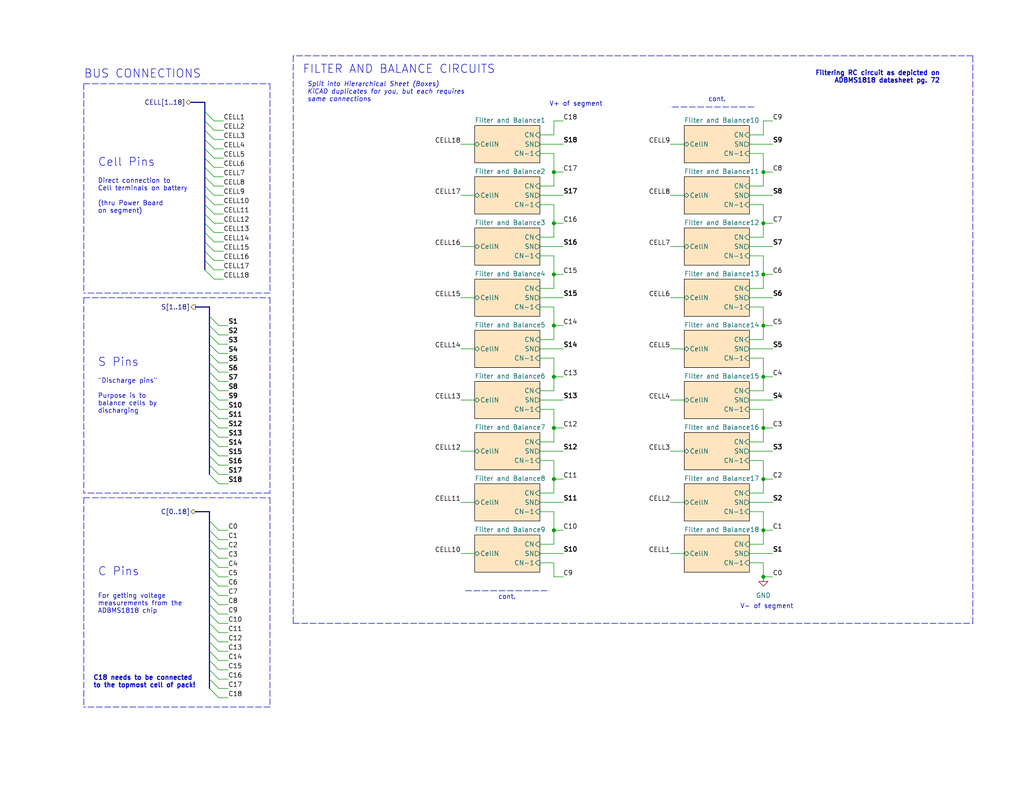
<source format=kicad_sch>
(kicad_sch (version 20211123) (generator eeschema)
  (paper "A")
  (title_block (title "MkVI BMS Cell Supervisory Circuit") (date "2022-12-04") (rev "0") (company "Olin Electric Motorsports"))
  (lib_symbols
    (symbol "power:GND" (power) (pin_names (offset 0))
      (property "Value" "GND" (at 0 -3.81 0))
      (symbol "GND_0_1"
        (polyline (pts (xy 0 0) (xy 0 -1.27) (xy 1.27 -1.27) (xy 0 -2.54) (xy -1.27 -1.27) (xy 0 -1.27)))
      )
      (symbol "GND_1_1"
        (pin power_in line (at 0 0 270) (length 0) hide (name "GND") (number "1"))
      )
    )
  )
  (junction (at 208.28 157.48))
  (junction (at 151.13 116.84))
  (junction (at 208.28 88.9))
  (junction (at 208.28 74.93))
  (junction (at 208.28 46.99))
  (junction (at 151.13 88.9))
  (junction (at 151.13 102.87))
  (junction (at 208.28 116.84))
  (junction (at 151.13 130.81))
  (junction (at 151.13 46.99))
  (junction (at 208.28 102.87))
  (junction (at 151.13 144.78))
  (junction (at 208.28 60.96))
  (junction (at 151.13 74.93))
  (junction (at 151.13 60.96))
  (junction (at 208.28 130.81))
  (junction (at 208.28 144.78))
  (bus_entry (at 55.88 50.8) (size 2.54 2.54))
  (bus_entry (at 57.15 185.42) (size 2.54 2.54))
  (bus_entry (at 57.15 172.72) (size 2.54 2.54))
  (bus_entry (at 57.15 147.32) (size 2.54 2.54))
  (bus_entry (at 57.15 96.52) (size 2.54 2.54))
  (bus_entry (at 57.15 170.18) (size 2.54 2.54))
  (bus_entry (at 55.88 68.58) (size 2.54 2.54))
  (bus_entry (at 57.15 149.86) (size 2.54 2.54))
  (bus_entry (at 57.15 93.98) (size 2.54 2.54))
  (bus_entry (at 55.88 55.88) (size 2.54 2.54))
  (bus_entry (at 57.15 182.88) (size 2.54 2.54))
  (bus_entry (at 55.88 58.42) (size 2.54 2.54))
  (bus_entry (at 57.15 144.78) (size 2.54 2.54))
  (bus_entry (at 57.15 124.46) (size 2.54 2.54))
  (bus_entry (at 57.15 116.84) (size 2.54 2.54))
  (bus_entry (at 55.88 40.64) (size 2.54 2.54))
  (bus_entry (at 57.15 154.94) (size 2.54 2.54))
  (bus_entry (at 55.88 45.72) (size 2.54 2.54))
  (bus_entry (at 57.15 106.68) (size 2.54 2.54))
  (bus_entry (at 55.88 73.66) (size 2.54 2.54))
  (bus_entry (at 57.15 180.34) (size 2.54 2.54))
  (bus_entry (at 57.15 99.06) (size 2.54 2.54))
  (bus_entry (at 55.88 35.56) (size 2.54 2.54))
  (bus_entry (at 57.15 187.96) (size 2.54 2.54))
  (bus_entry (at 57.15 88.9) (size 2.54 2.54))
  (bus_entry (at 57.15 121.92) (size 2.54 2.54))
  (bus_entry (at 55.88 48.26) (size 2.54 2.54))
  (bus_entry (at 55.88 43.18) (size 2.54 2.54))
  (bus_entry (at 57.15 152.4) (size 2.54 2.54))
  (bus_entry (at 57.15 109.22) (size 2.54 2.54))
  (bus_entry (at 57.15 175.26) (size 2.54 2.54))
  (bus_entry (at 55.88 33.02) (size 2.54 2.54))
  (bus_entry (at 57.15 167.64) (size 2.54 2.54))
  (bus_entry (at 55.88 30.48) (size 2.54 2.54))
  (bus_entry (at 57.15 162.56) (size 2.54 2.54))
  (bus_entry (at 57.15 86.36) (size 2.54 2.54))
  (bus_entry (at 57.15 165.1) (size 2.54 2.54))
  (bus_entry (at 57.15 119.38) (size 2.54 2.54))
  (bus_entry (at 57.15 129.54) (size 2.54 2.54))
  (bus_entry (at 57.15 111.76) (size 2.54 2.54))
  (bus_entry (at 57.15 127) (size 2.54 2.54))
  (bus_entry (at 57.15 101.6) (size 2.54 2.54))
  (bus_entry (at 57.15 177.8) (size 2.54 2.54))
  (bus_entry (at 55.88 38.1) (size 2.54 2.54))
  (bus_entry (at 57.15 157.48) (size 2.54 2.54))
  (bus_entry (at 57.15 114.3) (size 2.54 2.54))
  (bus_entry (at 55.88 60.96) (size 2.54 2.54))
  (bus_entry (at 55.88 53.34) (size 2.54 2.54))
  (bus_entry (at 55.88 71.12) (size 2.54 2.54))
  (bus_entry (at 57.15 104.14) (size 2.54 2.54))
  (bus_entry (at 57.15 160.02) (size 2.54 2.54))
  (bus_entry (at 55.88 66.04) (size 2.54 2.54))
  (bus_entry (at 55.88 63.5) (size 2.54 2.54))
  (bus_entry (at 57.15 91.44) (size 2.54 2.54))
  (bus_entry (at 57.15 142.24) (size 2.54 2.54))
  (wire (pts (xy 186.69 137.16) (xy 182.88 137.16)))
  (bus (pts (xy 57.15 109.22) (xy 57.15 111.76)))
  (bus (pts (xy 57.15 104.14) (xy 57.15 106.68)))
  (wire (pts (xy 147.32 69.85) (xy 151.13 69.85)))
  (wire (pts (xy 59.69 116.84) (xy 62.23 116.84)))
  (wire (pts (xy 58.42 45.72) (xy 60.96 45.72)))
  (bus (pts (xy 57.15 99.06) (xy 57.15 101.6)))
  (wire (pts (xy 59.69 182.88) (xy 62.23 182.88)))
  (wire (pts (xy 204.47 151.13) (xy 210.82 151.13)))
  (bus (pts (xy 55.88 50.8) (xy 55.88 53.34)))
  (bus (pts (xy 57.15 175.26) (xy 57.15 177.8)))
  (wire (pts (xy 59.69 132.08) (xy 62.23 132.08)))
  (bus (pts (xy 57.15 149.86) (xy 57.15 152.4)))
  (wire (pts (xy 151.13 41.91) (xy 147.32 41.91)))
  (wire (pts (xy 59.69 104.14) (xy 62.23 104.14)))
  (bus (pts (xy 57.15 96.52) (xy 57.15 99.06)))
  (polyline (pts (xy 22.86 135.89) (xy 73.66 135.89)))
  (wire (pts (xy 151.13 106.68) (xy 147.32 106.68)))
  (wire (pts (xy 186.69 39.37) (xy 182.88 39.37)))
  (wire (pts (xy 151.13 111.76) (xy 151.13 116.84)))
  (wire (pts (xy 151.13 130.81) (xy 153.67 130.81)))
  (wire (pts (xy 204.47 53.34) (xy 210.82 53.34)))
  (bus (pts (xy 57.15 154.94) (xy 57.15 157.48)))
  (polyline (pts (xy 127 161.29) (xy 149.86 161.29)))
  (wire (pts (xy 129.54 109.22) (xy 125.73 109.22)))
  (wire (pts (xy 208.28 55.88) (xy 208.28 60.96)))
  (wire (pts (xy 129.54 39.37) (xy 125.73 39.37)))
  (wire (pts (xy 208.28 116.84) (xy 210.82 116.84)))
  (wire (pts (xy 151.13 60.96) (xy 151.13 55.88)))
  (bus (pts (xy 57.15 91.44) (xy 57.15 93.98)))
  (bus (pts (xy 55.88 40.64) (xy 55.88 43.18)))
  (wire (pts (xy 151.13 125.73) (xy 151.13 130.81)))
  (bus (pts (xy 55.88 35.56) (xy 55.88 38.1)))
  (bus (pts (xy 55.88 68.58) (xy 55.88 71.12)))
  (wire (pts (xy 58.42 33.02) (xy 60.96 33.02)))
  (bus (pts (xy 57.15 160.02) (xy 57.15 162.56)))
  (bus (pts (xy 57.15 119.38) (xy 57.15 121.92)))
  (bus (pts (xy 53.34 83.82) (xy 57.15 83.82)))
  (wire (pts (xy 208.28 102.87) (xy 208.28 106.68)))
  (wire (pts (xy 186.69 53.34) (xy 182.88 53.34)))
  (wire (pts (xy 204.47 69.85) (xy 208.28 69.85)))
  (bus (pts (xy 57.15 88.9) (xy 57.15 91.44)))
  (bus (pts (xy 57.15 144.78) (xy 57.15 147.32)))
  (polyline (pts (xy 80.01 170.18) (xy 265.43 170.18)))
  (wire (pts (xy 151.13 148.59) (xy 147.32 148.59)))
  (wire (pts (xy 58.42 60.96) (xy 60.96 60.96)))
  (wire (pts (xy 59.69 99.06) (xy 62.23 99.06)))
  (wire (pts (xy 204.47 81.28) (xy 210.82 81.28)))
  (wire (pts (xy 147.32 81.28) (xy 153.67 81.28)))
  (wire (pts (xy 151.13 120.65) (xy 147.32 120.65)))
  (wire (pts (xy 208.28 139.7) (xy 208.28 144.78)))
  (bus (pts (xy 57.15 139.7) (xy 57.15 142.24)))
  (wire (pts (xy 147.32 111.76) (xy 151.13 111.76)))
  (wire (pts (xy 208.28 69.85) (xy 208.28 74.93)))
  (wire (pts (xy 151.13 92.71) (xy 151.13 88.9)))
  (wire (pts (xy 204.47 83.82) (xy 208.28 83.82)))
  (bus (pts (xy 55.88 63.5) (xy 55.88 66.04)))
  (wire (pts (xy 147.32 64.77) (xy 151.13 64.77)))
  (bus (pts (xy 55.88 71.12) (xy 55.88 73.66)))
  (wire (pts (xy 186.69 109.22) (xy 182.88 109.22)))
  (wire (pts (xy 151.13 74.93) (xy 151.13 78.74)))
  (wire (pts (xy 151.13 46.99) (xy 151.13 50.8)))
  (polyline (pts (xy 22.86 81.28) (xy 73.66 81.28)))
  (bus (pts (xy 57.15 162.56) (xy 57.15 165.1)))
  (wire (pts (xy 59.69 175.26) (xy 62.23 175.26)))
  (wire (pts (xy 208.28 92.71) (xy 204.47 92.71)))
  (wire (pts (xy 59.69 96.52) (xy 62.23 96.52)))
  (bus (pts (xy 57.15 86.36) (xy 57.15 88.9)))
  (wire (pts (xy 59.69 154.94) (xy 62.23 154.94)))
  (bus (pts (xy 55.88 45.72) (xy 55.88 48.26)))
  (wire (pts (xy 204.47 120.65) (xy 208.28 120.65)))
  (wire (pts (xy 59.69 160.02) (xy 62.23 160.02)))
  (polyline (pts (xy 22.86 22.86) (xy 73.66 22.86)))
  (bus (pts (xy 57.15 93.98) (xy 57.15 96.52)))
  (wire (pts (xy 147.32 137.16) (xy 153.67 137.16)))
  (wire (pts (xy 58.42 35.56) (xy 60.96 35.56)))
  (wire (pts (xy 208.28 33.02) (xy 210.82 33.02)))
  (wire (pts (xy 204.47 67.31) (xy 210.82 67.31)))
  (wire (pts (xy 151.13 46.99) (xy 153.67 46.99)))
  (bus (pts (xy 57.15 152.4) (xy 57.15 154.94)))
  (wire (pts (xy 59.69 177.8) (xy 62.23 177.8)))
  (wire (pts (xy 58.42 50.8) (xy 60.96 50.8)))
  (wire (pts (xy 59.69 109.22) (xy 62.23 109.22)))
  (bus (pts (xy 55.88 27.94) (xy 55.88 30.48)))
  (wire (pts (xy 208.28 78.74) (xy 204.47 78.74)))
  (wire (pts (xy 129.54 81.28) (xy 125.73 81.28)))
  (wire (pts (xy 204.47 123.19) (xy 210.82 123.19)))
  (polyline (pts (xy 22.86 81.28) (xy 22.86 134.62)))
  (wire (pts (xy 204.47 125.73) (xy 208.28 125.73)))
  (wire (pts (xy 59.69 165.1) (xy 62.23 165.1)))
  (wire (pts (xy 208.28 144.78) (xy 210.82 144.78)))
  (wire (pts (xy 59.69 162.56) (xy 62.23 162.56)))
  (wire (pts (xy 59.69 106.68) (xy 62.23 106.68)))
  (wire (pts (xy 186.69 123.19) (xy 182.88 123.19)))
  (wire (pts (xy 59.69 147.32) (xy 62.23 147.32)))
  (wire (pts (xy 58.42 48.26) (xy 60.96 48.26)))
  (wire (pts (xy 147.32 39.37) (xy 153.67 39.37)))
  (wire (pts (xy 151.13 69.85) (xy 151.13 74.93)))
  (wire (pts (xy 208.28 64.77) (xy 204.47 64.77)))
  (wire (pts (xy 59.69 152.4) (xy 62.23 152.4)))
  (wire (pts (xy 59.69 167.64) (xy 62.23 167.64)))
  (wire (pts (xy 147.32 67.31) (xy 153.67 67.31)))
  (polyline (pts (xy 22.86 22.86) (xy 22.86 80.01)))
  (wire (pts (xy 208.28 111.76) (xy 204.47 111.76)))
  (wire (pts (xy 186.69 67.31) (xy 182.88 67.31)))
  (wire (pts (xy 208.28 125.73) (xy 208.28 130.81)))
  (wire (pts (xy 147.32 50.8) (xy 151.13 50.8)))
  (wire (pts (xy 208.28 153.67) (xy 208.28 157.48)))
  (wire (pts (xy 204.47 55.88) (xy 208.28 55.88)))
  (bus (pts (xy 57.15 101.6) (xy 57.15 104.14)))
  (bus (pts (xy 57.15 116.84) (xy 57.15 119.38)))
  (wire (pts (xy 147.32 109.22) (xy 153.67 109.22)))
  (wire (pts (xy 58.42 73.66) (xy 60.96 73.66)))
  (bus (pts (xy 55.88 66.04) (xy 55.88 68.58)))
  (wire (pts (xy 129.54 137.16) (xy 125.73 137.16)))
  (wire (pts (xy 153.67 33.02) (xy 151.13 33.02)))
  (wire (pts (xy 208.28 97.79) (xy 208.28 102.87)))
  (bus (pts (xy 57.15 121.92) (xy 57.15 124.46)))
  (wire (pts (xy 58.42 63.5) (xy 60.96 63.5)))
  (bus (pts (xy 57.15 172.72) (xy 57.15 175.26)))
  (wire (pts (xy 208.28 144.78) (xy 208.28 148.59)))
  (wire (pts (xy 208.28 74.93) (xy 210.82 74.93)))
  (wire (pts (xy 59.69 170.18) (xy 62.23 170.18)))
  (bus (pts (xy 57.15 127) (xy 57.15 129.54)))
  (bus (pts (xy 57.15 165.1) (xy 57.15 167.64)))
  (wire (pts (xy 58.42 71.12) (xy 60.96 71.12)))
  (wire (pts (xy 151.13 83.82) (xy 147.32 83.82)))
  (wire (pts (xy 208.28 120.65) (xy 208.28 116.84)))
  (wire (pts (xy 59.69 190.5) (xy 62.23 190.5)))
  (polyline (pts (xy 73.66 193.04) (xy 22.86 193.04)))
  (bus (pts (xy 57.15 170.18) (xy 57.15 172.72)))
  (bus (pts (xy 57.15 180.34) (xy 57.15 182.88)))
  (wire (pts (xy 151.13 64.77) (xy 151.13 60.96)))
  (polyline (pts (xy 73.66 80.01) (xy 22.86 80.01)))
  (wire (pts (xy 208.28 33.02) (xy 208.28 36.83)))
  (wire (pts (xy 204.47 139.7) (xy 208.28 139.7)))
  (wire (pts (xy 147.32 95.25) (xy 153.67 95.25)))
  (wire (pts (xy 129.54 123.19) (xy 125.73 123.19)))
  (wire (pts (xy 58.42 68.58) (xy 60.96 68.58)))
  (wire (pts (xy 208.28 130.81) (xy 208.28 134.62)))
  (wire (pts (xy 204.47 97.79) (xy 208.28 97.79)))
  (bus (pts (xy 55.88 38.1) (xy 55.88 40.64)))
  (wire (pts (xy 59.69 121.92) (xy 62.23 121.92)))
  (wire (pts (xy 151.13 46.99) (xy 151.13 41.91)))
  (bus (pts (xy 52.07 27.94) (xy 55.88 27.94)))
  (wire (pts (xy 147.32 92.71) (xy 151.13 92.71)))
  (wire (pts (xy 59.69 149.86) (xy 62.23 149.86)))
  (wire (pts (xy 151.13 116.84) (xy 153.67 116.84)))
  (bus (pts (xy 55.88 60.96) (xy 55.88 63.5)))
  (wire (pts (xy 58.42 38.1) (xy 60.96 38.1)))
  (wire (pts (xy 208.28 60.96) (xy 208.28 64.77)))
  (wire (pts (xy 59.69 127) (xy 62.23 127)))
  (wire (pts (xy 58.42 76.2) (xy 60.96 76.2)))
  (wire (pts (xy 204.47 41.91) (xy 208.28 41.91)))
  (bus (pts (xy 55.88 43.18) (xy 55.88 45.72)))
  (wire (pts (xy 208.28 60.96) (xy 210.82 60.96)))
  (wire (pts (xy 58.42 53.34) (xy 60.96 53.34)))
  (wire (pts (xy 151.13 78.74) (xy 147.32 78.74)))
  (bus (pts (xy 55.88 55.88) (xy 55.88 58.42)))
  (bus (pts (xy 53.34 139.7) (xy 57.15 139.7)))
  (wire (pts (xy 208.28 50.8) (xy 204.47 50.8)))
  (wire (pts (xy 204.47 153.67) (xy 208.28 153.67)))
  (wire (pts (xy 58.42 58.42) (xy 60.96 58.42)))
  (wire (pts (xy 208.28 134.62) (xy 204.47 134.62)))
  (wire (pts (xy 208.28 83.82) (xy 208.28 88.9)))
  (wire (pts (xy 58.42 66.04) (xy 60.96 66.04)))
  (bus (pts (xy 55.88 48.26) (xy 55.88 50.8)))
  (wire (pts (xy 151.13 74.93) (xy 153.67 74.93)))
  (wire (pts (xy 129.54 151.13) (xy 125.73 151.13)))
  (wire (pts (xy 59.69 187.96) (xy 62.23 187.96)))
  (polyline (pts (xy 73.66 22.86) (xy 73.66 80.01)))
  (wire (pts (xy 186.69 151.13) (xy 182.88 151.13)))
  (wire (pts (xy 208.28 41.91) (xy 208.28 46.99)))
  (wire (pts (xy 59.69 88.9) (xy 62.23 88.9)))
  (wire (pts (xy 147.32 139.7) (xy 151.13 139.7)))
  (wire (pts (xy 151.13 36.83) (xy 147.32 36.83)))
  (wire (pts (xy 208.28 74.93) (xy 208.28 78.74)))
  (bus (pts (xy 55.88 30.48) (xy 55.88 33.02)))
  (wire (pts (xy 147.32 53.34) (xy 153.67 53.34)))
  (bus (pts (xy 55.88 53.34) (xy 55.88 55.88)))
  (wire (pts (xy 59.69 157.48) (xy 62.23 157.48)))
  (wire (pts (xy 208.28 46.99) (xy 210.82 46.99)))
  (polyline (pts (xy 265.43 170.18) (xy 265.43 15.24)))
  (wire (pts (xy 204.47 95.25) (xy 210.82 95.25)))
  (polyline (pts (xy 73.66 81.28) (xy 73.66 134.62)))
  (wire (pts (xy 59.69 119.38) (xy 62.23 119.38)))
  (wire (pts (xy 129.54 95.25) (xy 125.73 95.25)))
  (polyline (pts (xy 80.01 15.24) (xy 80.01 170.18)))
  (wire (pts (xy 58.42 43.18) (xy 60.96 43.18)))
  (wire (pts (xy 151.13 55.88) (xy 147.32 55.88)))
  (wire (pts (xy 59.69 93.98) (xy 62.23 93.98)))
  (wire (pts (xy 59.69 185.42) (xy 62.23 185.42)))
  (bus (pts (xy 55.88 58.42) (xy 55.88 60.96)))
  (bus (pts (xy 57.15 114.3) (xy 57.15 116.84)))
  (wire (pts (xy 58.42 40.64) (xy 60.96 40.64)))
  (wire (pts (xy 151.13 97.79) (xy 151.13 102.87)))
  (wire (pts (xy 147.32 151.13) (xy 153.67 151.13)))
  (bus (pts (xy 57.15 167.64) (xy 57.15 170.18)))
  (bus (pts (xy 57.15 106.68) (xy 57.15 109.22)))
  (wire (pts (xy 151.13 139.7) (xy 151.13 144.78)))
  (bus (pts (xy 57.15 124.46) (xy 57.15 127)))
  (wire (pts (xy 59.69 124.46) (xy 62.23 124.46)))
  (wire (pts (xy 208.28 116.84) (xy 208.28 111.76)))
  (wire (pts (xy 147.32 153.67) (xy 151.13 153.67)))
  (bus (pts (xy 55.88 33.02) (xy 55.88 35.56)))
  (wire (pts (xy 151.13 116.84) (xy 151.13 120.65)))
  (polyline (pts (xy 205.74 29.21) (xy 182.88 29.21)))
  (polyline (pts (xy 73.66 134.62) (xy 22.86 134.62)))
  (bus (pts (xy 57.15 177.8) (xy 57.15 180.34)))
  (wire (pts (xy 59.69 172.72) (xy 62.23 172.72)))
  (bus (pts (xy 57.15 157.48) (xy 57.15 160.02)))
  (wire (pts (xy 59.69 144.78) (xy 62.23 144.78)))
  (wire (pts (xy 59.69 111.76) (xy 62.23 111.76)))
  (wire (pts (xy 208.28 130.81) (xy 210.82 130.81)))
  (bus (pts (xy 57.15 185.42) (xy 57.15 187.96)))
  (wire (pts (xy 204.47 36.83) (xy 208.28 36.83)))
  (wire (pts (xy 147.32 125.73) (xy 151.13 125.73)))
  (wire (pts (xy 59.69 101.6) (xy 62.23 101.6)))
  (wire (pts (xy 59.69 114.3) (xy 62.23 114.3)))
  (bus (pts (xy 57.15 83.82) (xy 57.15 86.36)))
  (wire (pts (xy 59.69 91.44) (xy 62.23 91.44)))
  (wire (pts (xy 208.28 157.48) (xy 210.82 157.48)))
  (wire (pts (xy 147.32 97.79) (xy 151.13 97.79)))
  (wire (pts (xy 208.28 148.59) (xy 204.47 148.59)))
  (wire (pts (xy 208.28 106.68) (xy 204.47 106.68)))
  (wire (pts (xy 129.54 67.31) (xy 125.73 67.31)))
  (wire (pts (xy 151.13 130.81) (xy 151.13 134.62)))
  (wire (pts (xy 186.69 95.25) (xy 182.88 95.25)))
  (wire (pts (xy 208.28 88.9) (xy 210.82 88.9)))
  (wire (pts (xy 59.69 129.54) (xy 62.23 129.54)))
  (wire (pts (xy 151.13 102.87) (xy 153.67 102.87)))
  (wire (pts (xy 151.13 88.9) (xy 153.67 88.9)))
  (bus (pts (xy 57.15 147.32) (xy 57.15 149.86)))
  (wire (pts (xy 59.69 180.34) (xy 62.23 180.34)))
  (wire (pts (xy 204.47 109.22) (xy 210.82 109.22)))
  (wire (pts (xy 208.28 46.99) (xy 208.28 50.8)))
  (wire (pts (xy 151.13 33.02) (xy 151.13 36.83)))
  (wire (pts (xy 151.13 102.87) (xy 151.13 106.68)))
  (wire (pts (xy 151.13 60.96) (xy 153.67 60.96)))
  (wire (pts (xy 151.13 144.78) (xy 151.13 148.59)))
  (wire (pts (xy 204.47 137.16) (xy 210.82 137.16)))
  (bus (pts (xy 57.15 182.88) (xy 57.15 185.42)))
  (wire (pts (xy 208.28 88.9) (xy 208.28 92.71)))
  (wire (pts (xy 129.54 53.34) (xy 125.73 53.34)))
  (polyline (pts (xy 22.86 135.89) (xy 22.86 193.04)))
  (wire (pts (xy 147.32 123.19) (xy 153.67 123.19)))
  (bus (pts (xy 57.15 111.76) (xy 57.15 114.3)))
  (polyline (pts (xy 265.43 15.24) (xy 80.01 15.24)))
  (bus (pts (xy 57.15 142.24) (xy 57.15 144.78)))
  (wire (pts (xy 151.13 153.67) (xy 151.13 157.48)))
  (wire (pts (xy 208.28 102.87) (xy 210.82 102.87)))
  (wire (pts (xy 151.13 144.78) (xy 153.67 144.78)))
  (wire (pts (xy 151.13 134.62) (xy 147.32 134.62)))
  (wire (pts (xy 151.13 88.9) (xy 151.13 83.82)))
  (wire (pts (xy 58.42 55.88) (xy 60.96 55.88)))
  (wire (pts (xy 151.13 157.48) (xy 153.67 157.48)))
  (wire (pts (xy 186.69 81.28) (xy 182.88 81.28)))
  (polyline (pts (xy 73.66 135.89) (xy 73.66 193.04)))
  (wire (pts (xy 204.47 39.37) (xy 210.82 39.37)))
  (text "BUS CONNECTIONS" (at 22.86 21.59 0) (effects (font (size 2.2606 2.2606)) (justify left bottom)))
  (text "C18 needs to be connected\nto the topmost cell of pack!" (at 25.4 187.96 0) (effects (font (size 1.27 1.27) (thickness 0.254) bold) (justify left bottom)))
  (text "For getting voltage\nmeasurements from the\nADBMS1818 chip" (at 26.67 167.64 0) (effects (font (size 1.27 1.27)) (justify left bottom)))
  (text "cont." (at 135.89 163.83 0) (effects (font (size 1.27 1.27)) (justify left bottom)))
  (text "Cell Pins" (at 26.67 45.72 0) (effects (font (size 2.2606 2.2606)) (justify left bottom)))
  (text "Direct connection to\nCell terminals on battery\n\n(thru Power Board\non segment)" (at 26.67 58.42 0) (effects (font (size 1.27 1.27)) (justify left bottom)))
  (text "cont." (at 198.12 27.94 180) (effects (font (size 1.27 1.27)) (justify right bottom)))
  (text "C Pins" (at 26.67 157.48 0) (effects (font (size 2.2606 2.2606)) (justify left bottom)))
  (text "V+ of segment" (at 149.86 29.21 0) (effects (font (size 1.27 1.27)) (justify left bottom)))
  (text "Filtering RC circuit as depicted on\nADBMS1818 datasheet pg. 72" (at 256.54 22.86 0) (effects (font (size 1.27 1.27) (thickness 0.254) bold) (justify right bottom)))
  (text "V- of segment" (at 201.93 166.37 0) (effects (font (size 1.27 1.27)) (justify left bottom)))
  (text "FILTER AND BALANCE CIRCUITS" (at 82.55 20.32 0) (effects (font (size 2.2606 2.2606)) (justify left bottom)))
  (text "S Pins" (at 26.67 100.33 0) (effects (font (size 2.2606 2.2606)) (justify left bottom)))
  (text "\"Discharge pins\"\n\nPurpose is to\nbalance cells by\ndischarging" (at 26.67 113.03 0) (effects (font (size 1.27 1.27)) (justify left bottom)))
  (text "Split into Hierarchical Sheet (Boxes)\nKiCAD duplicates for you, but each requires\nsame connections" (at 83.82 27.94 0) (effects (font (size 1.27 1.27) italic) (justify left bottom)))
  (label "C9" (at 62.23 167.64 0))
  (label "S12" (at 153.67 123.19 0) (effects (font (thickness 0.254) bold)))
  (label "CELL16" (at 125.73 67.31 180))
  (label "CELL8" (at 60.96 50.8 0))
  (label "S5" (at 62.23 99.06 0) (effects (font (thickness 0.254) bold)))
  (label "C3" (at 210.82 116.84 0))
  (label "CELL16" (at 60.96 71.12 0))
  (label "S11" (at 153.67 137.16 0) (effects (font (thickness 0.254) bold)))
  (label "C18" (at 153.67 33.02 0))
  (label "C16" (at 153.67 60.96 0))
  (label "S13" (at 62.23 119.38 0) (effects (font (thickness 0.254) bold)))
  (label "CELL6" (at 182.88 81.28 180))
  (label "S18" (at 62.23 132.08 0) (effects (font (thickness 0.254) bold)))
  (label "S8" (at 210.82 53.34 0) (effects (font (thickness 0.254) bold)))
  (label "CELL3" (at 182.88 123.19 180))
  (label "CELL10" (at 60.96 55.88 0))
  (label "CELL10" (at 125.73 151.13 180))
  (label "S10" (at 153.67 151.13 0) (effects (font (thickness 0.254) bold)))
  (label "S9" (at 62.23 109.22 0) (effects (font (thickness 0.254) bold)))
  (label "CELL5" (at 60.96 43.18 0))
  (label "C7" (at 210.82 60.96 0))
  (label "CELL12" (at 60.96 60.96 0))
  (label "CELL13" (at 60.96 63.5 0))
  (label "C10" (at 153.67 144.78 0))
  (label "C6" (at 210.82 74.93 0))
  (label "C2" (at 210.82 130.81 0))
  (label "C11" (at 62.23 172.72 0))
  (label "S1" (at 210.82 151.13 0) (effects (font (thickness 0.254) bold)))
  (label "C15" (at 62.23 182.88 0))
  (label "S3" (at 210.82 123.19 0) (effects (font (thickness 0.254) bold)))
  (label "CELL7" (at 60.96 48.26 0))
  (label "C10" (at 62.23 170.18 0))
  (label "C13" (at 62.23 177.8 0))
  (label "S4" (at 210.82 109.22 0) (effects (font (thickness 0.254) bold)))
  (label "CELL15" (at 60.96 68.58 0))
  (label "C11" (at 153.67 130.81 0))
  (label "C6" (at 62.23 160.02 0))
  (label "C17" (at 153.67 46.99 0))
  (label "CELL2" (at 182.88 137.16 180))
  (label "C8" (at 210.82 46.99 0))
  (label "S16" (at 62.23 127 0) (effects (font (thickness 0.254) bold)))
  (label "C13" (at 153.67 102.87 0))
  (label "C12" (at 153.67 116.84 0))
  (label "S16" (at 153.67 67.31 0) (effects (font (thickness 0.254) bold)))
  (label "S17" (at 153.67 53.34 0) (effects (font (thickness 0.254) bold)))
  (label "S2" (at 210.82 137.16 0) (effects (font (thickness 0.254) bold)))
  (label "S4" (at 62.23 96.52 0) (effects (font (thickness 0.254) bold)))
  (label "C0" (at 210.82 157.48 0))
  (label "S8" (at 62.23 106.68 0) (effects (font (thickness 0.254) bold)))
  (label "C15" (at 153.67 74.93 0))
  (label "S12" (at 62.23 116.84 0) (effects (font (thickness 0.254) bold)))
  (label "CELL18" (at 60.96 76.2 0))
  (label "S7" (at 62.23 104.14 0) (effects (font (thickness 0.254) bold)))
  (label "S18" (at 153.67 39.37 0) (effects (font (thickness 0.254) bold)))
  (label "C8" (at 62.23 165.1 0))
  (label "S11" (at 62.23 114.3 0) (effects (font (thickness 0.254) bold)))
  (label "CELL9" (at 60.96 53.34 0))
  (label "C5" (at 210.82 88.9 0))
  (label "CELL11" (at 60.96 58.42 0))
  (label "S1" (at 62.23 88.9 0) (effects (font (thickness 0.254) bold)))
  (label "CELL12" (at 125.73 123.19 180))
  (label "C4" (at 210.82 102.87 0))
  (label "C4" (at 62.23 154.94 0))
  (label "CELL11" (at 125.73 137.16 180))
  (label "CELL4" (at 182.88 109.22 180))
  (label "S5" (at 210.82 95.25 0) (effects (font (thickness 0.254) bold)))
  (label "CELL14" (at 125.73 95.25 180))
  (label "S2" (at 62.23 91.44 0) (effects (font (thickness 0.254) bold)))
  (label "S3" (at 62.23 93.98 0) (effects (font (thickness 0.254) bold)))
  (label "C16" (at 62.23 185.42 0))
  (label "C7" (at 62.23 162.56 0))
  (label "CELL15" (at 125.73 81.28 180))
  (label "C1" (at 210.82 144.78 0))
  (label "CELL18" (at 125.73 39.37 180))
  (label "S13" (at 153.67 109.22 0) (effects (font (thickness 0.254) bold)))
  (label "CELL1" (at 182.88 151.13 180))
  (label "CELL9" (at 182.88 39.37 180))
  (label "CELL6" (at 60.96 45.72 0))
  (label "C14" (at 153.67 88.9 0))
  (label "S6" (at 62.23 101.6 0) (effects (font (thickness 0.254) bold)))
  (label "CELL1" (at 60.96 33.02 0))
  (label "CELL13" (at 125.73 109.22 180))
  (label "C2" (at 62.23 149.86 0))
  (label "S14" (at 153.67 95.25 0) (effects (font (thickness 0.254) bold)))
  (label "CELL17" (at 60.96 73.66 0))
  (label "S6" (at 210.82 81.28 0) (effects (font (thickness 0.254) bold)))
  (label "C0" (at 62.23 144.78 0))
  (label "CELL4" (at 60.96 40.64 0))
  (label "CELL3" (at 60.96 38.1 0))
  (label "CELL7" (at 182.88 67.31 180))
  (label "CELL2" (at 60.96 35.56 0))
  (label "S7" (at 210.82 67.31 0) (effects (font (thickness 0.254) bold)))
  (label "C5" (at 62.23 157.48 0))
  (label "S14" (at 62.23 121.92 0) (effects (font (thickness 0.254) bold)))
  (label "C9" (at 210.82 33.02 0))
  (label "S17" (at 62.23 129.54 0) (effects (font (thickness 0.254) bold)))
  (label "C9" (at 153.67 157.48 0))
  (label "CELL8" (at 182.88 53.34 180))
  (label "S9" (at 210.82 39.37 0) (effects (font (thickness 0.254) bold)))
  (label "S10" (at 62.23 111.76 0) (effects (font (thickness 0.254) bold)))
  (label "CELL14" (at 60.96 66.04 0))
  (label "CELL5" (at 182.88 95.25 180))
  (label "C14" (at 62.23 180.34 0))
  (label "C18" (at 62.23 190.5 0))
  (label "C12" (at 62.23 175.26 0))
  (label "CELL17" (at 125.73 53.34 180))
  (label "S15" (at 153.67 81.28 0) (effects (font (thickness 0.254) bold)))
  (label "S15" (at 62.23 124.46 0) (effects (font (thickness 0.254) bold)))
  (label "C1" (at 62.23 147.32 0))
  (label "C3" (at 62.23 152.4 0))
  (label "C17" (at 62.23 187.96 0))
  (hierarchical_label "C[0..18]" (shape bidirectional) (at 53.34 139.7 180))
  (hierarchical_label "CELL[1..18]" (shape bidirectional) (at 52.07 27.94 180))
  (hierarchical_label "S[1..18]" (shape output) (at 53.34 83.82 180))
  (symbol (lib_id "power:GND") (at 208.28 157.48 0) (unit 1)
    (property "Reference" "#PWR?" (effects hide))
    (property "Value" "GND" (at 208.28 162.56 0))
  )
  (sheet (at 186.69 62.23) (size 17.78 10.16) (stroke (width 0.1524) (color 0 0 0 1)) (fill (color 255 229 191 1.0000))
    (property "Sheet name" "Filter and Balance12" (at 186.69 61.5184 0) (effects (justify left bottom)))
    (property "Sheet file" "filter-balance.kicad_sch" (effects hide))
    (pin "CN-1" input (at 204.47 69.85 0))
    (pin "SN" output (at 204.47 67.31 0))
    (pin "CN" input (at 204.47 64.77 0))
    (pin "CellN" bidirectional (at 186.69 67.31 180))
  )
  (sheet (at 186.69 104.14) (size 17.78 10.16) (stroke (width 0.1524) (color 0 0 0 1)) (fill (color 255 229 191 1.0000))
    (property "Sheet name" "Filter and Balance15" (at 186.69 103.4284 0) (effects (justify left bottom)))
    (property "Sheet file" "filter-balance.kicad_sch" (effects hide))
    (pin "CN-1" input (at 204.47 111.76 0))
    (pin "SN" output (at 204.47 109.22 0))
    (pin "CN" input (at 204.47 106.68 0))
    (pin "CellN" bidirectional (at 186.69 109.22 180))
  )
  (sheet (at 186.69 34.29) (size 17.78 10.16) (stroke (width 0.1524) (color 0 0 0 1)) (fill (color 255 229 191 1.0000))
    (property "Sheet name" "Filter and Balance10" (at 186.69 33.5784 0) (effects (justify left bottom)))
    (property "Sheet file" "filter-balance.kicad_sch" (effects hide))
    (pin "CN-1" input (at 204.47 41.91 0))
    (pin "SN" output (at 204.47 39.37 0))
    (pin "CN" input (at 204.47 36.83 0))
    (pin "CellN" bidirectional (at 186.69 39.37 180))
  )
  (sheet (at 129.54 76.2) (size 17.78 10.16) (stroke (width 0.1524) (color 0 0 0 1)) (fill (color 255 229 191 1.0000))
    (property "Sheet name" "Filter and Balance4" (at 129.54 75.4884 0) (effects (justify left bottom)))
    (property "Sheet file" "filter-balance.kicad_sch" (effects hide))
    (pin "CN-1" input (at 147.32 83.82 0))
    (pin "SN" output (at 147.32 81.28 0))
    (pin "CN" input (at 147.32 78.74 0))
    (pin "CellN" bidirectional (at 129.54 81.28 180))
  )
  (sheet (at 129.54 132.08) (size 17.78 10.16) (stroke (width 0.1524) (color 0 0 0 1)) (fill (color 255 229 191 1.0000))
    (property "Sheet name" "Filter and Balance8" (at 129.54 131.3684 0) (effects (justify left bottom)))
    (property "Sheet file" "filter-balance.kicad_sch" (effects hide))
    (pin "CN-1" input (at 147.32 139.7 0))
    (pin "SN" output (at 147.32 137.16 0))
    (pin "CN" input (at 147.32 134.62 0))
    (pin "CellN" bidirectional (at 129.54 137.16 180))
  )
  (sheet (at 186.69 118.11) (size 17.78 10.16) (stroke (width 0.1524) (color 0 0 0 1)) (fill (color 255 229 191 1.0000))
    (property "Sheet name" "Filter and Balance16" (at 186.69 117.3984 0) (effects (justify left bottom)))
    (property "Sheet file" "filter-balance.kicad_sch" (effects hide))
    (pin "CN-1" input (at 204.47 125.73 0))
    (pin "SN" output (at 204.47 123.19 0))
    (pin "CN" input (at 204.47 120.65 0))
    (pin "CellN" bidirectional (at 186.69 123.19 180))
  )
  (sheet (at 129.54 48.26) (size 17.78 10.16) (stroke (width 0.1524) (color 0 0 0 1)) (fill (color 255 229 191 1.0000))
    (property "Sheet name" "Filter and Balance2" (at 129.54 47.5484 0) (effects (justify left bottom)))
    (property "Sheet file" "filter-balance.kicad_sch" (effects hide))
    (pin "CN-1" input (at 147.32 55.88 0))
    (pin "SN" output (at 147.32 53.34 0))
    (pin "CN" input (at 147.32 50.8 0))
    (pin "CellN" bidirectional (at 129.54 53.34 180))
  )
  (sheet (at 186.69 48.26) (size 17.78 10.16) (stroke (width 0.1524) (color 0 0 0 1)) (fill (color 255 229 191 1.0000))
    (property "Sheet name" "Filter and Balance11" (at 186.69 47.5484 0) (effects (justify left bottom)))
    (property "Sheet file" "filter-balance.kicad_sch" (effects hide))
    (pin "CN-1" input (at 204.47 55.88 0))
    (pin "SN" output (at 204.47 53.34 0))
    (pin "CN" input (at 204.47 50.8 0))
    (pin "CellN" bidirectional (at 186.69 53.34 180))
  )
  (sheet (at 186.69 76.2) (size 17.78 10.16) (stroke (width 0.1524) (color 0 0 0 1)) (fill (color 255 229 191 1.0000))
    (property "Sheet name" "Filter and Balance13" (at 186.69 75.4884 0) (effects (justify left bottom)))
    (property "Sheet file" "filter-balance.kicad_sch" (effects hide))
    (pin "CN-1" input (at 204.47 83.82 0))
    (pin "SN" output (at 204.47 81.28 0))
    (pin "CN" input (at 204.47 78.74 0))
    (pin "CellN" bidirectional (at 186.69 81.28 180))
  )
  (sheet (at 186.69 90.17) (size 17.78 10.16) (stroke (width 0.1524) (color 0 0 0 1)) (fill (color 255 229 191 1.0000))
    (property "Sheet name" "Filter and Balance14" (at 186.69 89.4584 0) (effects (justify left bottom)))
    (property "Sheet file" "filter-balance.kicad_sch" (effects hide))
    (pin "CN-1" input (at 204.47 97.79 0))
    (pin "SN" output (at 204.47 95.25 0))
    (pin "CN" input (at 204.47 92.71 0))
    (pin "CellN" bidirectional (at 186.69 95.25 180))
  )
  (sheet (at 129.54 146.05) (size 17.78 10.16) (stroke (width 0.1524) (color 0 0 0 1)) (fill (color 255 229 191 1.0000))
    (property "Sheet name" "Filter and Balance9" (at 129.54 145.3384 0) (effects (justify left bottom)))
    (property "Sheet file" "filter-balance.kicad_sch" (effects hide))
    (pin "CN-1" input (at 147.32 153.67 0))
    (pin "SN" output (at 147.32 151.13 0))
    (pin "CN" input (at 147.32 148.59 0))
    (pin "CellN" bidirectional (at 129.54 151.13 180))
  )
  (sheet (at 129.54 62.23) (size 17.78 10.16) (stroke (width 0.1524) (color 0 0 0 1)) (fill (color 255 229 191 1.0000))
    (property "Sheet name" "Filter and Balance3" (at 129.54 61.5184 0) (effects (justify left bottom)))
    (property "Sheet file" "filter-balance.kicad_sch" (effects hide))
    (pin "CN-1" input (at 147.32 69.85 0))
    (pin "SN" output (at 147.32 67.31 0))
    (pin "CN" input (at 147.32 64.77 0))
    (pin "CellN" bidirectional (at 129.54 67.31 180))
  )
  (sheet (at 129.54 90.17) (size 17.78 10.16) (stroke (width 0.1524) (color 0 0 0 1)) (fill (color 255 229 191 1.0000))
    (property "Sheet name" "Filter and Balance5" (at 129.54 89.4584 0) (effects (justify left bottom)))
    (property "Sheet file" "filter-balance.kicad_sch" (effects hide))
    (pin "CN-1" input (at 147.32 97.79 0))
    (pin "SN" output (at 147.32 95.25 0))
    (pin "CN" input (at 147.32 92.71 0))
    (pin "CellN" bidirectional (at 129.54 95.25 180))
  )
  (sheet (at 186.69 132.08) (size 17.78 10.16) (stroke (width 0.1524) (color 0 0 0 1)) (fill (color 255 229 191 1.0000))
    (property "Sheet name" "Filter and Balance17" (at 186.69 131.3684 0) (effects (justify left bottom)))
    (property "Sheet file" "filter-balance.kicad_sch" (effects hide))
    (pin "CN-1" input (at 204.47 139.7 0))
    (pin "SN" output (at 204.47 137.16 0))
    (pin "CN" input (at 204.47 134.62 0))
    (pin "CellN" bidirectional (at 186.69 137.16 180))
  )
  (sheet (at 129.54 34.29) (size 17.78 10.16) (stroke (width 0.1524) (color 0 0 0 1)) (fill (color 255 229 191 1.0000))
    (property "Sheet name" "Filter and Balance1" (at 129.54 33.5784 0) (effects (justify left bottom)))
    (property "Sheet file" "filter-balance.kicad_sch" (effects hide))
    (pin "CN-1" input (at 147.32 41.91 0))
    (pin "SN" output (at 147.32 39.37 0))
    (pin "CN" input (at 147.32 36.83 0))
    (pin "CellN" bidirectional (at 129.54 39.37 180))
  )
  (sheet (at 129.54 118.11) (size 17.78 10.16) (stroke (width 0.1524) (color 0 0 0 1)) (fill (color 255 229 191 1.0000))
    (property "Sheet name" "Filter and Balance7" (at 129.54 117.3984 0) (effects (justify left bottom)))
    (property "Sheet file" "filter-balance.kicad_sch" (effects hide))
    (pin "CN-1" input (at 147.32 125.73 0))
    (pin "SN" output (at 147.32 123.19 0))
    (pin "CN" input (at 147.32 120.65 0))
    (pin "CellN" bidirectional (at 129.54 123.19 180))
  )
  (sheet (at 129.54 104.14) (size 17.78 10.16) (stroke (width 0.1524) (color 0 0 0 1)) (fill (color 255 229 191 1.0000))
    (property "Sheet name" "Filter and Balance6" (at 129.54 103.4284 0) (effects (justify left bottom)))
    (property "Sheet file" "filter-balance.kicad_sch" (effects hide))
    (pin "CN-1" input (at 147.32 111.76 0))
    (pin "SN" output (at 147.32 109.22 0))
    (pin "CN" input (at 147.32 106.68 0))
    (pin "CellN" bidirectional (at 129.54 109.22 180))
  )
  (sheet (at 186.69 146.05) (size 17.78 10.16) (stroke (width 0.1524) (color 0 0 0 1)) (fill (color 255 229 191 1.0000))
    (property "Sheet name" "Filter and Balance18" (at 186.69 145.3384 0) (effects (justify left bottom)))
    (property "Sheet file" "filter-balance.kicad_sch" (effects hide))
    (pin "CN-1" input (at 204.47 153.67 0))
    (pin "SN" output (at 204.47 151.13 0))
    (pin "CN" input (at 204.47 148.59 0))
    (pin "CellN" bidirectional (at 186.69 151.13 180))
  )
)
</source>
